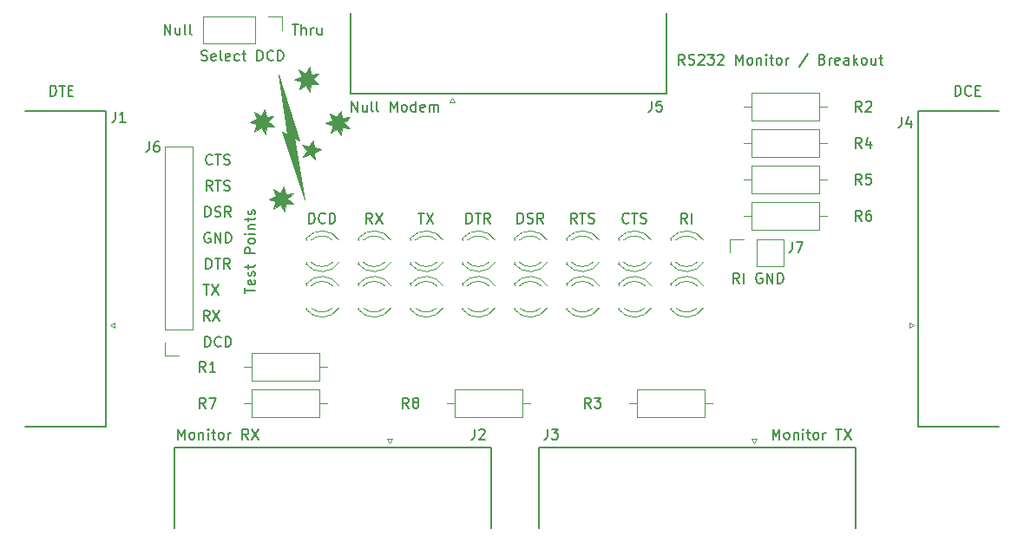
<source format=gto>
G04 #@! TF.GenerationSoftware,KiCad,Pcbnew,5.0.2-bee76a0~70~ubuntu14.04.1*
G04 #@! TF.CreationDate,2019-02-12T21:08:15+10:00*
G04 #@! TF.ProjectId,RS232Sniffer,52533233-3253-46e6-9966-6665722e6b69,rev?*
G04 #@! TF.SameCoordinates,Original*
G04 #@! TF.FileFunction,Legend,Top*
G04 #@! TF.FilePolarity,Positive*
%FSLAX46Y46*%
G04 Gerber Fmt 4.6, Leading zero omitted, Abs format (unit mm)*
G04 Created by KiCad (PCBNEW 5.0.2-bee76a0~70~ubuntu14.04.1) date Tue 12 Feb 2019 21:08:15 AEST*
%MOMM*%
%LPD*%
G01*
G04 APERTURE LIST*
%ADD10C,0.150000*%
%ADD11C,0.120000*%
%ADD12C,0.010000*%
G04 APERTURE END LIST*
D10*
X155757714Y-83256380D02*
X155757714Y-82256380D01*
X155995809Y-82256380D01*
X156138666Y-82304000D01*
X156233904Y-82399238D01*
X156281523Y-82494476D01*
X156329142Y-82684952D01*
X156329142Y-82827809D01*
X156281523Y-83018285D01*
X156233904Y-83113523D01*
X156138666Y-83208761D01*
X155995809Y-83256380D01*
X155757714Y-83256380D01*
X157329142Y-83161142D02*
X157281523Y-83208761D01*
X157138666Y-83256380D01*
X157043428Y-83256380D01*
X156900571Y-83208761D01*
X156805333Y-83113523D01*
X156757714Y-83018285D01*
X156710095Y-82827809D01*
X156710095Y-82684952D01*
X156757714Y-82494476D01*
X156805333Y-82399238D01*
X156900571Y-82304000D01*
X157043428Y-82256380D01*
X157138666Y-82256380D01*
X157281523Y-82304000D01*
X157329142Y-82351619D01*
X157757714Y-82732571D02*
X158091047Y-82732571D01*
X158233904Y-83256380D02*
X157757714Y-83256380D01*
X157757714Y-82256380D01*
X158233904Y-82256380D01*
X67484761Y-83256380D02*
X67484761Y-82256380D01*
X67722857Y-82256380D01*
X67865714Y-82304000D01*
X67960952Y-82399238D01*
X68008571Y-82494476D01*
X68056190Y-82684952D01*
X68056190Y-82827809D01*
X68008571Y-83018285D01*
X67960952Y-83113523D01*
X67865714Y-83208761D01*
X67722857Y-83256380D01*
X67484761Y-83256380D01*
X68341904Y-82256380D02*
X68913333Y-82256380D01*
X68627619Y-83256380D02*
X68627619Y-82256380D01*
X69246666Y-82732571D02*
X69580000Y-82732571D01*
X69722857Y-83256380D02*
X69246666Y-83256380D01*
X69246666Y-82256380D01*
X69722857Y-82256380D01*
X82233000Y-79779761D02*
X82375857Y-79827380D01*
X82613952Y-79827380D01*
X82709190Y-79779761D01*
X82756809Y-79732142D01*
X82804428Y-79636904D01*
X82804428Y-79541666D01*
X82756809Y-79446428D01*
X82709190Y-79398809D01*
X82613952Y-79351190D01*
X82423476Y-79303571D01*
X82328238Y-79255952D01*
X82280619Y-79208333D01*
X82233000Y-79113095D01*
X82233000Y-79017857D01*
X82280619Y-78922619D01*
X82328238Y-78875000D01*
X82423476Y-78827380D01*
X82661571Y-78827380D01*
X82804428Y-78875000D01*
X83613952Y-79779761D02*
X83518714Y-79827380D01*
X83328238Y-79827380D01*
X83233000Y-79779761D01*
X83185380Y-79684523D01*
X83185380Y-79303571D01*
X83233000Y-79208333D01*
X83328238Y-79160714D01*
X83518714Y-79160714D01*
X83613952Y-79208333D01*
X83661571Y-79303571D01*
X83661571Y-79398809D01*
X83185380Y-79494047D01*
X84233000Y-79827380D02*
X84137761Y-79779761D01*
X84090142Y-79684523D01*
X84090142Y-78827380D01*
X84994904Y-79779761D02*
X84899666Y-79827380D01*
X84709190Y-79827380D01*
X84613952Y-79779761D01*
X84566333Y-79684523D01*
X84566333Y-79303571D01*
X84613952Y-79208333D01*
X84709190Y-79160714D01*
X84899666Y-79160714D01*
X84994904Y-79208333D01*
X85042523Y-79303571D01*
X85042523Y-79398809D01*
X84566333Y-79494047D01*
X85899666Y-79779761D02*
X85804428Y-79827380D01*
X85613952Y-79827380D01*
X85518714Y-79779761D01*
X85471095Y-79732142D01*
X85423476Y-79636904D01*
X85423476Y-79351190D01*
X85471095Y-79255952D01*
X85518714Y-79208333D01*
X85613952Y-79160714D01*
X85804428Y-79160714D01*
X85899666Y-79208333D01*
X86185380Y-79160714D02*
X86566333Y-79160714D01*
X86328238Y-78827380D02*
X86328238Y-79684523D01*
X86375857Y-79779761D01*
X86471095Y-79827380D01*
X86566333Y-79827380D01*
X87661571Y-79827380D02*
X87661571Y-78827380D01*
X87899666Y-78827380D01*
X88042523Y-78875000D01*
X88137761Y-78970238D01*
X88185380Y-79065476D01*
X88233000Y-79255952D01*
X88233000Y-79398809D01*
X88185380Y-79589285D01*
X88137761Y-79684523D01*
X88042523Y-79779761D01*
X87899666Y-79827380D01*
X87661571Y-79827380D01*
X89233000Y-79732142D02*
X89185380Y-79779761D01*
X89042523Y-79827380D01*
X88947285Y-79827380D01*
X88804428Y-79779761D01*
X88709190Y-79684523D01*
X88661571Y-79589285D01*
X88613952Y-79398809D01*
X88613952Y-79255952D01*
X88661571Y-79065476D01*
X88709190Y-78970238D01*
X88804428Y-78875000D01*
X88947285Y-78827380D01*
X89042523Y-78827380D01*
X89185380Y-78875000D01*
X89233000Y-78922619D01*
X89661571Y-79827380D02*
X89661571Y-78827380D01*
X89899666Y-78827380D01*
X90042523Y-78875000D01*
X90137761Y-78970238D01*
X90185380Y-79065476D01*
X90233000Y-79255952D01*
X90233000Y-79398809D01*
X90185380Y-79589285D01*
X90137761Y-79684523D01*
X90042523Y-79779761D01*
X89899666Y-79827380D01*
X89661571Y-79827380D01*
X96877714Y-84780380D02*
X96877714Y-83780380D01*
X97449142Y-84780380D01*
X97449142Y-83780380D01*
X98353904Y-84113714D02*
X98353904Y-84780380D01*
X97925333Y-84113714D02*
X97925333Y-84637523D01*
X97972952Y-84732761D01*
X98068190Y-84780380D01*
X98211047Y-84780380D01*
X98306285Y-84732761D01*
X98353904Y-84685142D01*
X98972952Y-84780380D02*
X98877714Y-84732761D01*
X98830095Y-84637523D01*
X98830095Y-83780380D01*
X99496761Y-84780380D02*
X99401523Y-84732761D01*
X99353904Y-84637523D01*
X99353904Y-83780380D01*
X100639619Y-84780380D02*
X100639619Y-83780380D01*
X100972952Y-84494666D01*
X101306285Y-83780380D01*
X101306285Y-84780380D01*
X101925333Y-84780380D02*
X101830095Y-84732761D01*
X101782476Y-84685142D01*
X101734857Y-84589904D01*
X101734857Y-84304190D01*
X101782476Y-84208952D01*
X101830095Y-84161333D01*
X101925333Y-84113714D01*
X102068190Y-84113714D01*
X102163428Y-84161333D01*
X102211047Y-84208952D01*
X102258666Y-84304190D01*
X102258666Y-84589904D01*
X102211047Y-84685142D01*
X102163428Y-84732761D01*
X102068190Y-84780380D01*
X101925333Y-84780380D01*
X103115809Y-84780380D02*
X103115809Y-83780380D01*
X103115809Y-84732761D02*
X103020571Y-84780380D01*
X102830095Y-84780380D01*
X102734857Y-84732761D01*
X102687238Y-84685142D01*
X102639619Y-84589904D01*
X102639619Y-84304190D01*
X102687238Y-84208952D01*
X102734857Y-84161333D01*
X102830095Y-84113714D01*
X103020571Y-84113714D01*
X103115809Y-84161333D01*
X103972952Y-84732761D02*
X103877714Y-84780380D01*
X103687238Y-84780380D01*
X103592000Y-84732761D01*
X103544380Y-84637523D01*
X103544380Y-84256571D01*
X103592000Y-84161333D01*
X103687238Y-84113714D01*
X103877714Y-84113714D01*
X103972952Y-84161333D01*
X104020571Y-84256571D01*
X104020571Y-84351809D01*
X103544380Y-84447047D01*
X104449142Y-84780380D02*
X104449142Y-84113714D01*
X104449142Y-84208952D02*
X104496761Y-84161333D01*
X104592000Y-84113714D01*
X104734857Y-84113714D01*
X104830095Y-84161333D01*
X104877714Y-84256571D01*
X104877714Y-84780380D01*
X104877714Y-84256571D02*
X104925333Y-84161333D01*
X105020571Y-84113714D01*
X105163428Y-84113714D01*
X105258666Y-84161333D01*
X105306285Y-84256571D01*
X105306285Y-84780380D01*
X137970095Y-116784380D02*
X137970095Y-115784380D01*
X138303428Y-116498666D01*
X138636761Y-115784380D01*
X138636761Y-116784380D01*
X139255809Y-116784380D02*
X139160571Y-116736761D01*
X139112952Y-116689142D01*
X139065333Y-116593904D01*
X139065333Y-116308190D01*
X139112952Y-116212952D01*
X139160571Y-116165333D01*
X139255809Y-116117714D01*
X139398666Y-116117714D01*
X139493904Y-116165333D01*
X139541523Y-116212952D01*
X139589142Y-116308190D01*
X139589142Y-116593904D01*
X139541523Y-116689142D01*
X139493904Y-116736761D01*
X139398666Y-116784380D01*
X139255809Y-116784380D01*
X140017714Y-116117714D02*
X140017714Y-116784380D01*
X140017714Y-116212952D02*
X140065333Y-116165333D01*
X140160571Y-116117714D01*
X140303428Y-116117714D01*
X140398666Y-116165333D01*
X140446285Y-116260571D01*
X140446285Y-116784380D01*
X140922476Y-116784380D02*
X140922476Y-116117714D01*
X140922476Y-115784380D02*
X140874857Y-115832000D01*
X140922476Y-115879619D01*
X140970095Y-115832000D01*
X140922476Y-115784380D01*
X140922476Y-115879619D01*
X141255809Y-116117714D02*
X141636761Y-116117714D01*
X141398666Y-115784380D02*
X141398666Y-116641523D01*
X141446285Y-116736761D01*
X141541523Y-116784380D01*
X141636761Y-116784380D01*
X142112952Y-116784380D02*
X142017714Y-116736761D01*
X141970095Y-116689142D01*
X141922476Y-116593904D01*
X141922476Y-116308190D01*
X141970095Y-116212952D01*
X142017714Y-116165333D01*
X142112952Y-116117714D01*
X142255809Y-116117714D01*
X142351047Y-116165333D01*
X142398666Y-116212952D01*
X142446285Y-116308190D01*
X142446285Y-116593904D01*
X142398666Y-116689142D01*
X142351047Y-116736761D01*
X142255809Y-116784380D01*
X142112952Y-116784380D01*
X142874857Y-116784380D02*
X142874857Y-116117714D01*
X142874857Y-116308190D02*
X142922476Y-116212952D01*
X142970095Y-116165333D01*
X143065333Y-116117714D01*
X143160571Y-116117714D01*
X144112952Y-115784380D02*
X144684380Y-115784380D01*
X144398666Y-116784380D02*
X144398666Y-115784380D01*
X144922476Y-115784380D02*
X145589142Y-116784380D01*
X145589142Y-115784380D02*
X144922476Y-116784380D01*
X79939047Y-116784380D02*
X79939047Y-115784380D01*
X80272380Y-116498666D01*
X80605714Y-115784380D01*
X80605714Y-116784380D01*
X81224761Y-116784380D02*
X81129523Y-116736761D01*
X81081904Y-116689142D01*
X81034285Y-116593904D01*
X81034285Y-116308190D01*
X81081904Y-116212952D01*
X81129523Y-116165333D01*
X81224761Y-116117714D01*
X81367619Y-116117714D01*
X81462857Y-116165333D01*
X81510476Y-116212952D01*
X81558095Y-116308190D01*
X81558095Y-116593904D01*
X81510476Y-116689142D01*
X81462857Y-116736761D01*
X81367619Y-116784380D01*
X81224761Y-116784380D01*
X81986666Y-116117714D02*
X81986666Y-116784380D01*
X81986666Y-116212952D02*
X82034285Y-116165333D01*
X82129523Y-116117714D01*
X82272380Y-116117714D01*
X82367619Y-116165333D01*
X82415238Y-116260571D01*
X82415238Y-116784380D01*
X82891428Y-116784380D02*
X82891428Y-116117714D01*
X82891428Y-115784380D02*
X82843809Y-115832000D01*
X82891428Y-115879619D01*
X82939047Y-115832000D01*
X82891428Y-115784380D01*
X82891428Y-115879619D01*
X83224761Y-116117714D02*
X83605714Y-116117714D01*
X83367619Y-115784380D02*
X83367619Y-116641523D01*
X83415238Y-116736761D01*
X83510476Y-116784380D01*
X83605714Y-116784380D01*
X84081904Y-116784380D02*
X83986666Y-116736761D01*
X83939047Y-116689142D01*
X83891428Y-116593904D01*
X83891428Y-116308190D01*
X83939047Y-116212952D01*
X83986666Y-116165333D01*
X84081904Y-116117714D01*
X84224761Y-116117714D01*
X84320000Y-116165333D01*
X84367619Y-116212952D01*
X84415238Y-116308190D01*
X84415238Y-116593904D01*
X84367619Y-116689142D01*
X84320000Y-116736761D01*
X84224761Y-116784380D01*
X84081904Y-116784380D01*
X84843809Y-116784380D02*
X84843809Y-116117714D01*
X84843809Y-116308190D02*
X84891428Y-116212952D01*
X84939047Y-116165333D01*
X85034285Y-116117714D01*
X85129523Y-116117714D01*
X86796190Y-116784380D02*
X86462857Y-116308190D01*
X86224761Y-116784380D02*
X86224761Y-115784380D01*
X86605714Y-115784380D01*
X86700952Y-115832000D01*
X86748571Y-115879619D01*
X86796190Y-115974857D01*
X86796190Y-116117714D01*
X86748571Y-116212952D01*
X86700952Y-116260571D01*
X86605714Y-116308190D01*
X86224761Y-116308190D01*
X87129523Y-115784380D02*
X87796190Y-116784380D01*
X87796190Y-115784380D02*
X87129523Y-116784380D01*
X129374476Y-80208380D02*
X129041142Y-79732190D01*
X128803047Y-80208380D02*
X128803047Y-79208380D01*
X129183999Y-79208380D01*
X129279238Y-79256000D01*
X129326857Y-79303619D01*
X129374476Y-79398857D01*
X129374476Y-79541714D01*
X129326857Y-79636952D01*
X129279238Y-79684571D01*
X129183999Y-79732190D01*
X128803047Y-79732190D01*
X129755428Y-80160761D02*
X129898285Y-80208380D01*
X130136380Y-80208380D01*
X130231619Y-80160761D01*
X130279238Y-80113142D01*
X130326857Y-80017904D01*
X130326857Y-79922666D01*
X130279238Y-79827428D01*
X130231619Y-79779809D01*
X130136380Y-79732190D01*
X129945904Y-79684571D01*
X129850666Y-79636952D01*
X129803047Y-79589333D01*
X129755428Y-79494095D01*
X129755428Y-79398857D01*
X129803047Y-79303619D01*
X129850666Y-79256000D01*
X129945904Y-79208380D01*
X130183999Y-79208380D01*
X130326857Y-79256000D01*
X130707809Y-79303619D02*
X130755428Y-79256000D01*
X130850666Y-79208380D01*
X131088761Y-79208380D01*
X131183999Y-79256000D01*
X131231619Y-79303619D01*
X131279238Y-79398857D01*
X131279238Y-79494095D01*
X131231619Y-79636952D01*
X130660190Y-80208380D01*
X131279238Y-80208380D01*
X131612571Y-79208380D02*
X132231619Y-79208380D01*
X131898285Y-79589333D01*
X132041142Y-79589333D01*
X132136380Y-79636952D01*
X132183999Y-79684571D01*
X132231619Y-79779809D01*
X132231619Y-80017904D01*
X132183999Y-80113142D01*
X132136380Y-80160761D01*
X132041142Y-80208380D01*
X131755428Y-80208380D01*
X131660190Y-80160761D01*
X131612571Y-80113142D01*
X132612571Y-79303619D02*
X132660190Y-79256000D01*
X132755428Y-79208380D01*
X132993523Y-79208380D01*
X133088761Y-79256000D01*
X133136380Y-79303619D01*
X133183999Y-79398857D01*
X133183999Y-79494095D01*
X133136380Y-79636952D01*
X132564952Y-80208380D01*
X133183999Y-80208380D01*
X134374476Y-80208380D02*
X134374476Y-79208380D01*
X134707809Y-79922666D01*
X135041142Y-79208380D01*
X135041142Y-80208380D01*
X135660190Y-80208380D02*
X135564952Y-80160761D01*
X135517333Y-80113142D01*
X135469714Y-80017904D01*
X135469714Y-79732190D01*
X135517333Y-79636952D01*
X135564952Y-79589333D01*
X135660190Y-79541714D01*
X135803047Y-79541714D01*
X135898285Y-79589333D01*
X135945904Y-79636952D01*
X135993523Y-79732190D01*
X135993523Y-80017904D01*
X135945904Y-80113142D01*
X135898285Y-80160761D01*
X135803047Y-80208380D01*
X135660190Y-80208380D01*
X136422095Y-79541714D02*
X136422095Y-80208380D01*
X136422095Y-79636952D02*
X136469714Y-79589333D01*
X136564952Y-79541714D01*
X136707809Y-79541714D01*
X136803047Y-79589333D01*
X136850666Y-79684571D01*
X136850666Y-80208380D01*
X137326857Y-80208380D02*
X137326857Y-79541714D01*
X137326857Y-79208380D02*
X137279238Y-79256000D01*
X137326857Y-79303619D01*
X137374476Y-79256000D01*
X137326857Y-79208380D01*
X137326857Y-79303619D01*
X137660190Y-79541714D02*
X138041142Y-79541714D01*
X137803047Y-79208380D02*
X137803047Y-80065523D01*
X137850666Y-80160761D01*
X137945904Y-80208380D01*
X138041142Y-80208380D01*
X138517333Y-80208380D02*
X138422095Y-80160761D01*
X138374476Y-80113142D01*
X138326857Y-80017904D01*
X138326857Y-79732190D01*
X138374476Y-79636952D01*
X138422095Y-79589333D01*
X138517333Y-79541714D01*
X138660190Y-79541714D01*
X138755428Y-79589333D01*
X138803047Y-79636952D01*
X138850666Y-79732190D01*
X138850666Y-80017904D01*
X138803047Y-80113142D01*
X138755428Y-80160761D01*
X138660190Y-80208380D01*
X138517333Y-80208380D01*
X139279238Y-80208380D02*
X139279238Y-79541714D01*
X139279238Y-79732190D02*
X139326857Y-79636952D01*
X139374476Y-79589333D01*
X139469714Y-79541714D01*
X139564952Y-79541714D01*
X141374476Y-79160761D02*
X140517333Y-80446476D01*
X142803047Y-79684571D02*
X142945904Y-79732190D01*
X142993523Y-79779809D01*
X143041142Y-79875047D01*
X143041142Y-80017904D01*
X142993523Y-80113142D01*
X142945904Y-80160761D01*
X142850666Y-80208380D01*
X142469714Y-80208380D01*
X142469714Y-79208380D01*
X142803047Y-79208380D01*
X142898285Y-79256000D01*
X142945904Y-79303619D01*
X142993523Y-79398857D01*
X142993523Y-79494095D01*
X142945904Y-79589333D01*
X142898285Y-79636952D01*
X142803047Y-79684571D01*
X142469714Y-79684571D01*
X143469714Y-80208380D02*
X143469714Y-79541714D01*
X143469714Y-79732190D02*
X143517333Y-79636952D01*
X143564952Y-79589333D01*
X143660190Y-79541714D01*
X143755428Y-79541714D01*
X144469714Y-80160761D02*
X144374476Y-80208380D01*
X144184000Y-80208380D01*
X144088761Y-80160761D01*
X144041142Y-80065523D01*
X144041142Y-79684571D01*
X144088761Y-79589333D01*
X144184000Y-79541714D01*
X144374476Y-79541714D01*
X144469714Y-79589333D01*
X144517333Y-79684571D01*
X144517333Y-79779809D01*
X144041142Y-79875047D01*
X145374476Y-80208380D02*
X145374476Y-79684571D01*
X145326857Y-79589333D01*
X145231619Y-79541714D01*
X145041142Y-79541714D01*
X144945904Y-79589333D01*
X145374476Y-80160761D02*
X145279238Y-80208380D01*
X145041142Y-80208380D01*
X144945904Y-80160761D01*
X144898285Y-80065523D01*
X144898285Y-79970285D01*
X144945904Y-79875047D01*
X145041142Y-79827428D01*
X145279238Y-79827428D01*
X145374476Y-79779809D01*
X145850666Y-80208380D02*
X145850666Y-79208380D01*
X145945904Y-79827428D02*
X146231619Y-80208380D01*
X146231619Y-79541714D02*
X145850666Y-79922666D01*
X146803047Y-80208380D02*
X146707809Y-80160761D01*
X146660190Y-80113142D01*
X146612571Y-80017904D01*
X146612571Y-79732190D01*
X146660190Y-79636952D01*
X146707809Y-79589333D01*
X146803047Y-79541714D01*
X146945904Y-79541714D01*
X147041142Y-79589333D01*
X147088761Y-79636952D01*
X147136380Y-79732190D01*
X147136380Y-80017904D01*
X147088761Y-80113142D01*
X147041142Y-80160761D01*
X146945904Y-80208380D01*
X146803047Y-80208380D01*
X147993523Y-79541714D02*
X147993523Y-80208380D01*
X147564952Y-79541714D02*
X147564952Y-80065523D01*
X147612571Y-80160761D01*
X147707809Y-80208380D01*
X147850666Y-80208380D01*
X147945904Y-80160761D01*
X147993523Y-80113142D01*
X148326857Y-79541714D02*
X148707809Y-79541714D01*
X148469714Y-79208380D02*
X148469714Y-80065523D01*
X148517333Y-80160761D01*
X148612571Y-80208380D01*
X148707809Y-80208380D01*
X91083000Y-76287380D02*
X91654428Y-76287380D01*
X91368714Y-77287380D02*
X91368714Y-76287380D01*
X91987761Y-77287380D02*
X91987761Y-76287380D01*
X92416333Y-77287380D02*
X92416333Y-76763571D01*
X92368714Y-76668333D01*
X92273476Y-76620714D01*
X92130619Y-76620714D01*
X92035380Y-76668333D01*
X91987761Y-76715952D01*
X92892523Y-77287380D02*
X92892523Y-76620714D01*
X92892523Y-76811190D02*
X92940142Y-76715952D01*
X92987761Y-76668333D01*
X93083000Y-76620714D01*
X93178238Y-76620714D01*
X93940142Y-76620714D02*
X93940142Y-77287380D01*
X93511571Y-76620714D02*
X93511571Y-77144523D01*
X93559190Y-77239761D01*
X93654428Y-77287380D01*
X93797285Y-77287380D01*
X93892523Y-77239761D01*
X93940142Y-77192142D01*
X78621095Y-77287380D02*
X78621095Y-76287380D01*
X79192523Y-77287380D01*
X79192523Y-76287380D01*
X80097285Y-76620714D02*
X80097285Y-77287380D01*
X79668714Y-76620714D02*
X79668714Y-77144523D01*
X79716333Y-77239761D01*
X79811571Y-77287380D01*
X79954428Y-77287380D01*
X80049666Y-77239761D01*
X80097285Y-77192142D01*
X80716333Y-77287380D02*
X80621095Y-77239761D01*
X80573476Y-77144523D01*
X80573476Y-76287380D01*
X81240142Y-77287380D02*
X81144904Y-77239761D01*
X81097285Y-77144523D01*
X81097285Y-76287380D01*
X136906095Y-100592000D02*
X136810857Y-100544380D01*
X136668000Y-100544380D01*
X136525142Y-100592000D01*
X136429904Y-100687238D01*
X136382285Y-100782476D01*
X136334666Y-100972952D01*
X136334666Y-101115809D01*
X136382285Y-101306285D01*
X136429904Y-101401523D01*
X136525142Y-101496761D01*
X136668000Y-101544380D01*
X136763238Y-101544380D01*
X136906095Y-101496761D01*
X136953714Y-101449142D01*
X136953714Y-101115809D01*
X136763238Y-101115809D01*
X137382285Y-101544380D02*
X137382285Y-100544380D01*
X137953714Y-101544380D01*
X137953714Y-100544380D01*
X138429904Y-101544380D02*
X138429904Y-100544380D01*
X138668000Y-100544380D01*
X138810857Y-100592000D01*
X138906095Y-100687238D01*
X138953714Y-100782476D01*
X139001333Y-100972952D01*
X139001333Y-101115809D01*
X138953714Y-101306285D01*
X138906095Y-101401523D01*
X138810857Y-101496761D01*
X138668000Y-101544380D01*
X138429904Y-101544380D01*
X134691428Y-101544380D02*
X134358095Y-101068190D01*
X134120000Y-101544380D02*
X134120000Y-100544380D01*
X134500952Y-100544380D01*
X134596190Y-100592000D01*
X134643809Y-100639619D01*
X134691428Y-100734857D01*
X134691428Y-100877714D01*
X134643809Y-100972952D01*
X134596190Y-101020571D01*
X134500952Y-101068190D01*
X134120000Y-101068190D01*
X135120000Y-101544380D02*
X135120000Y-100544380D01*
X83058095Y-96655000D02*
X82962857Y-96607380D01*
X82820000Y-96607380D01*
X82677142Y-96655000D01*
X82581904Y-96750238D01*
X82534285Y-96845476D01*
X82486666Y-97035952D01*
X82486666Y-97178809D01*
X82534285Y-97369285D01*
X82581904Y-97464523D01*
X82677142Y-97559761D01*
X82820000Y-97607380D01*
X82915238Y-97607380D01*
X83058095Y-97559761D01*
X83105714Y-97512142D01*
X83105714Y-97178809D01*
X82915238Y-97178809D01*
X83534285Y-97607380D02*
X83534285Y-96607380D01*
X84105714Y-97607380D01*
X84105714Y-96607380D01*
X84581904Y-97607380D02*
X84581904Y-96607380D01*
X84820000Y-96607380D01*
X84962857Y-96655000D01*
X85058095Y-96750238D01*
X85105714Y-96845476D01*
X85153333Y-97035952D01*
X85153333Y-97178809D01*
X85105714Y-97369285D01*
X85058095Y-97464523D01*
X84962857Y-97559761D01*
X84820000Y-97607380D01*
X84581904Y-97607380D01*
X83272380Y-89892142D02*
X83224761Y-89939761D01*
X83081904Y-89987380D01*
X82986666Y-89987380D01*
X82843809Y-89939761D01*
X82748571Y-89844523D01*
X82700952Y-89749285D01*
X82653333Y-89558809D01*
X82653333Y-89415952D01*
X82700952Y-89225476D01*
X82748571Y-89130238D01*
X82843809Y-89035000D01*
X82986666Y-88987380D01*
X83081904Y-88987380D01*
X83224761Y-89035000D01*
X83272380Y-89082619D01*
X83558095Y-88987380D02*
X84129523Y-88987380D01*
X83843809Y-89987380D02*
X83843809Y-88987380D01*
X84415238Y-89939761D02*
X84558095Y-89987380D01*
X84796190Y-89987380D01*
X84891428Y-89939761D01*
X84939047Y-89892142D01*
X84986666Y-89796904D01*
X84986666Y-89701666D01*
X84939047Y-89606428D01*
X84891428Y-89558809D01*
X84796190Y-89511190D01*
X84605714Y-89463571D01*
X84510476Y-89415952D01*
X84462857Y-89368333D01*
X84415238Y-89273095D01*
X84415238Y-89177857D01*
X84462857Y-89082619D01*
X84510476Y-89035000D01*
X84605714Y-88987380D01*
X84843809Y-88987380D01*
X84986666Y-89035000D01*
X83272380Y-92527380D02*
X82939047Y-92051190D01*
X82700952Y-92527380D02*
X82700952Y-91527380D01*
X83081904Y-91527380D01*
X83177142Y-91575000D01*
X83224761Y-91622619D01*
X83272380Y-91717857D01*
X83272380Y-91860714D01*
X83224761Y-91955952D01*
X83177142Y-92003571D01*
X83081904Y-92051190D01*
X82700952Y-92051190D01*
X83558095Y-91527380D02*
X84129523Y-91527380D01*
X83843809Y-92527380D02*
X83843809Y-91527380D01*
X84415238Y-92479761D02*
X84558095Y-92527380D01*
X84796190Y-92527380D01*
X84891428Y-92479761D01*
X84939047Y-92432142D01*
X84986666Y-92336904D01*
X84986666Y-92241666D01*
X84939047Y-92146428D01*
X84891428Y-92098809D01*
X84796190Y-92051190D01*
X84605714Y-92003571D01*
X84510476Y-91955952D01*
X84462857Y-91908333D01*
X84415238Y-91813095D01*
X84415238Y-91717857D01*
X84462857Y-91622619D01*
X84510476Y-91575000D01*
X84605714Y-91527380D01*
X84843809Y-91527380D01*
X84986666Y-91575000D01*
X82581904Y-95067380D02*
X82581904Y-94067380D01*
X82820000Y-94067380D01*
X82962857Y-94115000D01*
X83058095Y-94210238D01*
X83105714Y-94305476D01*
X83153333Y-94495952D01*
X83153333Y-94638809D01*
X83105714Y-94829285D01*
X83058095Y-94924523D01*
X82962857Y-95019761D01*
X82820000Y-95067380D01*
X82581904Y-95067380D01*
X83534285Y-95019761D02*
X83677142Y-95067380D01*
X83915238Y-95067380D01*
X84010476Y-95019761D01*
X84058095Y-94972142D01*
X84105714Y-94876904D01*
X84105714Y-94781666D01*
X84058095Y-94686428D01*
X84010476Y-94638809D01*
X83915238Y-94591190D01*
X83724761Y-94543571D01*
X83629523Y-94495952D01*
X83581904Y-94448333D01*
X83534285Y-94353095D01*
X83534285Y-94257857D01*
X83581904Y-94162619D01*
X83629523Y-94115000D01*
X83724761Y-94067380D01*
X83962857Y-94067380D01*
X84105714Y-94115000D01*
X85105714Y-95067380D02*
X84772380Y-94591190D01*
X84534285Y-95067380D02*
X84534285Y-94067380D01*
X84915238Y-94067380D01*
X85010476Y-94115000D01*
X85058095Y-94162619D01*
X85105714Y-94257857D01*
X85105714Y-94400714D01*
X85058095Y-94495952D01*
X85010476Y-94543571D01*
X84915238Y-94591190D01*
X84534285Y-94591190D01*
X82677142Y-100147380D02*
X82677142Y-99147380D01*
X82915238Y-99147380D01*
X83058095Y-99195000D01*
X83153333Y-99290238D01*
X83200952Y-99385476D01*
X83248571Y-99575952D01*
X83248571Y-99718809D01*
X83200952Y-99909285D01*
X83153333Y-100004523D01*
X83058095Y-100099761D01*
X82915238Y-100147380D01*
X82677142Y-100147380D01*
X83534285Y-99147380D02*
X84105714Y-99147380D01*
X83820000Y-100147380D02*
X83820000Y-99147380D01*
X85010476Y-100147380D02*
X84677142Y-99671190D01*
X84439047Y-100147380D02*
X84439047Y-99147380D01*
X84820000Y-99147380D01*
X84915238Y-99195000D01*
X84962857Y-99242619D01*
X85010476Y-99337857D01*
X85010476Y-99480714D01*
X84962857Y-99575952D01*
X84915238Y-99623571D01*
X84820000Y-99671190D01*
X84439047Y-99671190D01*
X82423095Y-101687380D02*
X82994523Y-101687380D01*
X82708809Y-102687380D02*
X82708809Y-101687380D01*
X83232619Y-101687380D02*
X83899285Y-102687380D01*
X83899285Y-101687380D02*
X83232619Y-102687380D01*
X83018333Y-105227380D02*
X82685000Y-104751190D01*
X82446904Y-105227380D02*
X82446904Y-104227380D01*
X82827857Y-104227380D01*
X82923095Y-104275000D01*
X82970714Y-104322619D01*
X83018333Y-104417857D01*
X83018333Y-104560714D01*
X82970714Y-104655952D01*
X82923095Y-104703571D01*
X82827857Y-104751190D01*
X82446904Y-104751190D01*
X83351666Y-104227380D02*
X84018333Y-105227380D01*
X84018333Y-104227380D02*
X83351666Y-105227380D01*
X82558095Y-107767380D02*
X82558095Y-106767380D01*
X82796190Y-106767380D01*
X82939047Y-106815000D01*
X83034285Y-106910238D01*
X83081904Y-107005476D01*
X83129523Y-107195952D01*
X83129523Y-107338809D01*
X83081904Y-107529285D01*
X83034285Y-107624523D01*
X82939047Y-107719761D01*
X82796190Y-107767380D01*
X82558095Y-107767380D01*
X84129523Y-107672142D02*
X84081904Y-107719761D01*
X83939047Y-107767380D01*
X83843809Y-107767380D01*
X83700952Y-107719761D01*
X83605714Y-107624523D01*
X83558095Y-107529285D01*
X83510476Y-107338809D01*
X83510476Y-107195952D01*
X83558095Y-107005476D01*
X83605714Y-106910238D01*
X83700952Y-106815000D01*
X83843809Y-106767380D01*
X83939047Y-106767380D01*
X84081904Y-106815000D01*
X84129523Y-106862619D01*
X84558095Y-107767380D02*
X84558095Y-106767380D01*
X84796190Y-106767380D01*
X84939047Y-106815000D01*
X85034285Y-106910238D01*
X85081904Y-107005476D01*
X85129523Y-107195952D01*
X85129523Y-107338809D01*
X85081904Y-107529285D01*
X85034285Y-107624523D01*
X84939047Y-107719761D01*
X84796190Y-107767380D01*
X84558095Y-107767380D01*
X129611428Y-95702380D02*
X129278095Y-95226190D01*
X129040000Y-95702380D02*
X129040000Y-94702380D01*
X129420952Y-94702380D01*
X129516190Y-94750000D01*
X129563809Y-94797619D01*
X129611428Y-94892857D01*
X129611428Y-95035714D01*
X129563809Y-95130952D01*
X129516190Y-95178571D01*
X129420952Y-95226190D01*
X129040000Y-95226190D01*
X130040000Y-95702380D02*
X130040000Y-94702380D01*
X123912380Y-95607142D02*
X123864761Y-95654761D01*
X123721904Y-95702380D01*
X123626666Y-95702380D01*
X123483809Y-95654761D01*
X123388571Y-95559523D01*
X123340952Y-95464285D01*
X123293333Y-95273809D01*
X123293333Y-95130952D01*
X123340952Y-94940476D01*
X123388571Y-94845238D01*
X123483809Y-94750000D01*
X123626666Y-94702380D01*
X123721904Y-94702380D01*
X123864761Y-94750000D01*
X123912380Y-94797619D01*
X124198095Y-94702380D02*
X124769523Y-94702380D01*
X124483809Y-95702380D02*
X124483809Y-94702380D01*
X125055238Y-95654761D02*
X125198095Y-95702380D01*
X125436190Y-95702380D01*
X125531428Y-95654761D01*
X125579047Y-95607142D01*
X125626666Y-95511904D01*
X125626666Y-95416666D01*
X125579047Y-95321428D01*
X125531428Y-95273809D01*
X125436190Y-95226190D01*
X125245714Y-95178571D01*
X125150476Y-95130952D01*
X125102857Y-95083333D01*
X125055238Y-94988095D01*
X125055238Y-94892857D01*
X125102857Y-94797619D01*
X125150476Y-94750000D01*
X125245714Y-94702380D01*
X125483809Y-94702380D01*
X125626666Y-94750000D01*
X118832380Y-95702380D02*
X118499047Y-95226190D01*
X118260952Y-95702380D02*
X118260952Y-94702380D01*
X118641904Y-94702380D01*
X118737142Y-94750000D01*
X118784761Y-94797619D01*
X118832380Y-94892857D01*
X118832380Y-95035714D01*
X118784761Y-95130952D01*
X118737142Y-95178571D01*
X118641904Y-95226190D01*
X118260952Y-95226190D01*
X119118095Y-94702380D02*
X119689523Y-94702380D01*
X119403809Y-95702380D02*
X119403809Y-94702380D01*
X119975238Y-95654761D02*
X120118095Y-95702380D01*
X120356190Y-95702380D01*
X120451428Y-95654761D01*
X120499047Y-95607142D01*
X120546666Y-95511904D01*
X120546666Y-95416666D01*
X120499047Y-95321428D01*
X120451428Y-95273809D01*
X120356190Y-95226190D01*
X120165714Y-95178571D01*
X120070476Y-95130952D01*
X120022857Y-95083333D01*
X119975238Y-94988095D01*
X119975238Y-94892857D01*
X120022857Y-94797619D01*
X120070476Y-94750000D01*
X120165714Y-94702380D01*
X120403809Y-94702380D01*
X120546666Y-94750000D01*
X113061904Y-95702380D02*
X113061904Y-94702380D01*
X113300000Y-94702380D01*
X113442857Y-94750000D01*
X113538095Y-94845238D01*
X113585714Y-94940476D01*
X113633333Y-95130952D01*
X113633333Y-95273809D01*
X113585714Y-95464285D01*
X113538095Y-95559523D01*
X113442857Y-95654761D01*
X113300000Y-95702380D01*
X113061904Y-95702380D01*
X114014285Y-95654761D02*
X114157142Y-95702380D01*
X114395238Y-95702380D01*
X114490476Y-95654761D01*
X114538095Y-95607142D01*
X114585714Y-95511904D01*
X114585714Y-95416666D01*
X114538095Y-95321428D01*
X114490476Y-95273809D01*
X114395238Y-95226190D01*
X114204761Y-95178571D01*
X114109523Y-95130952D01*
X114061904Y-95083333D01*
X114014285Y-94988095D01*
X114014285Y-94892857D01*
X114061904Y-94797619D01*
X114109523Y-94750000D01*
X114204761Y-94702380D01*
X114442857Y-94702380D01*
X114585714Y-94750000D01*
X115585714Y-95702380D02*
X115252380Y-95226190D01*
X115014285Y-95702380D02*
X115014285Y-94702380D01*
X115395238Y-94702380D01*
X115490476Y-94750000D01*
X115538095Y-94797619D01*
X115585714Y-94892857D01*
X115585714Y-95035714D01*
X115538095Y-95130952D01*
X115490476Y-95178571D01*
X115395238Y-95226190D01*
X115014285Y-95226190D01*
X108077142Y-95702380D02*
X108077142Y-94702380D01*
X108315238Y-94702380D01*
X108458095Y-94750000D01*
X108553333Y-94845238D01*
X108600952Y-94940476D01*
X108648571Y-95130952D01*
X108648571Y-95273809D01*
X108600952Y-95464285D01*
X108553333Y-95559523D01*
X108458095Y-95654761D01*
X108315238Y-95702380D01*
X108077142Y-95702380D01*
X108934285Y-94702380D02*
X109505714Y-94702380D01*
X109220000Y-95702380D02*
X109220000Y-94702380D01*
X110410476Y-95702380D02*
X110077142Y-95226190D01*
X109839047Y-95702380D02*
X109839047Y-94702380D01*
X110220000Y-94702380D01*
X110315238Y-94750000D01*
X110362857Y-94797619D01*
X110410476Y-94892857D01*
X110410476Y-95035714D01*
X110362857Y-95130952D01*
X110315238Y-95178571D01*
X110220000Y-95226190D01*
X109839047Y-95226190D01*
X103378095Y-94702380D02*
X103949523Y-94702380D01*
X103663809Y-95702380D02*
X103663809Y-94702380D01*
X104187619Y-94702380D02*
X104854285Y-95702380D01*
X104854285Y-94702380D02*
X104187619Y-95702380D01*
X98893333Y-95702380D02*
X98560000Y-95226190D01*
X98321904Y-95702380D02*
X98321904Y-94702380D01*
X98702857Y-94702380D01*
X98798095Y-94750000D01*
X98845714Y-94797619D01*
X98893333Y-94892857D01*
X98893333Y-95035714D01*
X98845714Y-95130952D01*
X98798095Y-95178571D01*
X98702857Y-95226190D01*
X98321904Y-95226190D01*
X99226666Y-94702380D02*
X99893333Y-95702380D01*
X99893333Y-94702380D02*
X99226666Y-95702380D01*
X92718095Y-95702380D02*
X92718095Y-94702380D01*
X92956190Y-94702380D01*
X93099047Y-94750000D01*
X93194285Y-94845238D01*
X93241904Y-94940476D01*
X93289523Y-95130952D01*
X93289523Y-95273809D01*
X93241904Y-95464285D01*
X93194285Y-95559523D01*
X93099047Y-95654761D01*
X92956190Y-95702380D01*
X92718095Y-95702380D01*
X94289523Y-95607142D02*
X94241904Y-95654761D01*
X94099047Y-95702380D01*
X94003809Y-95702380D01*
X93860952Y-95654761D01*
X93765714Y-95559523D01*
X93718095Y-95464285D01*
X93670476Y-95273809D01*
X93670476Y-95130952D01*
X93718095Y-94940476D01*
X93765714Y-94845238D01*
X93860952Y-94750000D01*
X94003809Y-94702380D01*
X94099047Y-94702380D01*
X94241904Y-94750000D01*
X94289523Y-94797619D01*
X94718095Y-95702380D02*
X94718095Y-94702380D01*
X94956190Y-94702380D01*
X95099047Y-94750000D01*
X95194285Y-94845238D01*
X95241904Y-94940476D01*
X95289523Y-95130952D01*
X95289523Y-95273809D01*
X95241904Y-95464285D01*
X95194285Y-95559523D01*
X95099047Y-95654761D01*
X94956190Y-95702380D01*
X94718095Y-95702380D01*
D11*
G04 #@! TO.C,D1*
X95652335Y-97346392D02*
G75*
G03X92420000Y-97189484I-1672335J-1078608D01*
G01*
X95652335Y-99503608D02*
G75*
G02X92420000Y-99660516I-1672335J1078608D01*
G01*
X95021130Y-97345163D02*
G75*
G03X92939039Y-97345000I-1041130J-1079837D01*
G01*
X95021130Y-99504837D02*
G75*
G02X92939039Y-99505000I-1041130J1079837D01*
G01*
X92420000Y-97189000D02*
X92420000Y-97345000D01*
X92420000Y-99505000D02*
X92420000Y-99661000D01*
G04 #@! TO.C,D2*
X92420000Y-103950000D02*
X92420000Y-104106000D01*
X92420000Y-101634000D02*
X92420000Y-101790000D01*
X95021130Y-103949837D02*
G75*
G02X92939039Y-103950000I-1041130J1079837D01*
G01*
X95021130Y-101790163D02*
G75*
G03X92939039Y-101790000I-1041130J-1079837D01*
G01*
X95652335Y-103948608D02*
G75*
G02X92420000Y-104105516I-1672335J1078608D01*
G01*
X95652335Y-101791392D02*
G75*
G03X92420000Y-101634484I-1672335J-1078608D01*
G01*
G04 #@! TO.C,D3*
X115972335Y-97346392D02*
G75*
G03X112740000Y-97189484I-1672335J-1078608D01*
G01*
X115972335Y-99503608D02*
G75*
G02X112740000Y-99660516I-1672335J1078608D01*
G01*
X115341130Y-97345163D02*
G75*
G03X113259039Y-97345000I-1041130J-1079837D01*
G01*
X115341130Y-99504837D02*
G75*
G02X113259039Y-99505000I-1041130J1079837D01*
G01*
X112740000Y-97189000D02*
X112740000Y-97345000D01*
X112740000Y-99505000D02*
X112740000Y-99661000D01*
G04 #@! TO.C,D4*
X112740000Y-103950000D02*
X112740000Y-104106000D01*
X112740000Y-101634000D02*
X112740000Y-101790000D01*
X115341130Y-103949837D02*
G75*
G02X113259039Y-103950000I-1041130J1079837D01*
G01*
X115341130Y-101790163D02*
G75*
G03X113259039Y-101790000I-1041130J-1079837D01*
G01*
X115972335Y-103948608D02*
G75*
G02X112740000Y-104105516I-1672335J1078608D01*
G01*
X115972335Y-101791392D02*
G75*
G03X112740000Y-101634484I-1672335J-1078608D01*
G01*
G04 #@! TO.C,D5*
X110892335Y-97346392D02*
G75*
G03X107660000Y-97189484I-1672335J-1078608D01*
G01*
X110892335Y-99503608D02*
G75*
G02X107660000Y-99660516I-1672335J1078608D01*
G01*
X110261130Y-97345163D02*
G75*
G03X108179039Y-97345000I-1041130J-1079837D01*
G01*
X110261130Y-99504837D02*
G75*
G02X108179039Y-99505000I-1041130J1079837D01*
G01*
X107660000Y-97189000D02*
X107660000Y-97345000D01*
X107660000Y-99505000D02*
X107660000Y-99661000D01*
G04 #@! TO.C,D6*
X107660000Y-103950000D02*
X107660000Y-104106000D01*
X107660000Y-101634000D02*
X107660000Y-101790000D01*
X110261130Y-103949837D02*
G75*
G02X108179039Y-103950000I-1041130J1079837D01*
G01*
X110261130Y-101790163D02*
G75*
G03X108179039Y-101790000I-1041130J-1079837D01*
G01*
X110892335Y-103948608D02*
G75*
G02X107660000Y-104105516I-1672335J1078608D01*
G01*
X110892335Y-101791392D02*
G75*
G03X107660000Y-101634484I-1672335J-1078608D01*
G01*
G04 #@! TO.C,D7*
X121052335Y-97346392D02*
G75*
G03X117820000Y-97189484I-1672335J-1078608D01*
G01*
X121052335Y-99503608D02*
G75*
G02X117820000Y-99660516I-1672335J1078608D01*
G01*
X120421130Y-97345163D02*
G75*
G03X118339039Y-97345000I-1041130J-1079837D01*
G01*
X120421130Y-99504837D02*
G75*
G02X118339039Y-99505000I-1041130J1079837D01*
G01*
X117820000Y-97189000D02*
X117820000Y-97345000D01*
X117820000Y-99505000D02*
X117820000Y-99661000D01*
G04 #@! TO.C,D8*
X117820000Y-103950000D02*
X117820000Y-104106000D01*
X117820000Y-101634000D02*
X117820000Y-101790000D01*
X120421130Y-103949837D02*
G75*
G02X118339039Y-103950000I-1041130J1079837D01*
G01*
X120421130Y-101790163D02*
G75*
G03X118339039Y-101790000I-1041130J-1079837D01*
G01*
X121052335Y-103948608D02*
G75*
G02X117820000Y-104105516I-1672335J1078608D01*
G01*
X121052335Y-101791392D02*
G75*
G03X117820000Y-101634484I-1672335J-1078608D01*
G01*
G04 #@! TO.C,D9*
X126132335Y-97346392D02*
G75*
G03X122900000Y-97189484I-1672335J-1078608D01*
G01*
X126132335Y-99503608D02*
G75*
G02X122900000Y-99660516I-1672335J1078608D01*
G01*
X125501130Y-97345163D02*
G75*
G03X123419039Y-97345000I-1041130J-1079837D01*
G01*
X125501130Y-99504837D02*
G75*
G02X123419039Y-99505000I-1041130J1079837D01*
G01*
X122900000Y-97189000D02*
X122900000Y-97345000D01*
X122900000Y-99505000D02*
X122900000Y-99661000D01*
G04 #@! TO.C,D10*
X122900000Y-103950000D02*
X122900000Y-104106000D01*
X122900000Y-101634000D02*
X122900000Y-101790000D01*
X125501130Y-103949837D02*
G75*
G02X123419039Y-103950000I-1041130J1079837D01*
G01*
X125501130Y-101790163D02*
G75*
G03X123419039Y-101790000I-1041130J-1079837D01*
G01*
X126132335Y-103948608D02*
G75*
G02X122900000Y-104105516I-1672335J1078608D01*
G01*
X126132335Y-101791392D02*
G75*
G03X122900000Y-101634484I-1672335J-1078608D01*
G01*
G04 #@! TO.C,D11*
X131212335Y-97346392D02*
G75*
G03X127980000Y-97189484I-1672335J-1078608D01*
G01*
X131212335Y-99503608D02*
G75*
G02X127980000Y-99660516I-1672335J1078608D01*
G01*
X130581130Y-97345163D02*
G75*
G03X128499039Y-97345000I-1041130J-1079837D01*
G01*
X130581130Y-99504837D02*
G75*
G02X128499039Y-99505000I-1041130J1079837D01*
G01*
X127980000Y-97189000D02*
X127980000Y-97345000D01*
X127980000Y-99505000D02*
X127980000Y-99661000D01*
G04 #@! TO.C,D12*
X127980000Y-103950000D02*
X127980000Y-104106000D01*
X127980000Y-101634000D02*
X127980000Y-101790000D01*
X130581130Y-103949837D02*
G75*
G02X128499039Y-103950000I-1041130J1079837D01*
G01*
X130581130Y-101790163D02*
G75*
G03X128499039Y-101790000I-1041130J-1079837D01*
G01*
X131212335Y-103948608D02*
G75*
G02X127980000Y-104105516I-1672335J1078608D01*
G01*
X131212335Y-101791392D02*
G75*
G03X127980000Y-101634484I-1672335J-1078608D01*
G01*
G04 #@! TO.C,D13*
X100732335Y-97346392D02*
G75*
G03X97500000Y-97189484I-1672335J-1078608D01*
G01*
X100732335Y-99503608D02*
G75*
G02X97500000Y-99660516I-1672335J1078608D01*
G01*
X100101130Y-97345163D02*
G75*
G03X98019039Y-97345000I-1041130J-1079837D01*
G01*
X100101130Y-99504837D02*
G75*
G02X98019039Y-99505000I-1041130J1079837D01*
G01*
X97500000Y-97189000D02*
X97500000Y-97345000D01*
X97500000Y-99505000D02*
X97500000Y-99661000D01*
G04 #@! TO.C,D14*
X97500000Y-103950000D02*
X97500000Y-104106000D01*
X97500000Y-101634000D02*
X97500000Y-101790000D01*
X100101130Y-103949837D02*
G75*
G02X98019039Y-103950000I-1041130J1079837D01*
G01*
X100101130Y-101790163D02*
G75*
G03X98019039Y-101790000I-1041130J-1079837D01*
G01*
X100732335Y-103948608D02*
G75*
G02X97500000Y-104105516I-1672335J1078608D01*
G01*
X100732335Y-101791392D02*
G75*
G03X97500000Y-101634484I-1672335J-1078608D01*
G01*
G04 #@! TO.C,D15*
X105812335Y-97346392D02*
G75*
G03X102580000Y-97189484I-1672335J-1078608D01*
G01*
X105812335Y-99503608D02*
G75*
G02X102580000Y-99660516I-1672335J1078608D01*
G01*
X105181130Y-97345163D02*
G75*
G03X103099039Y-97345000I-1041130J-1079837D01*
G01*
X105181130Y-99504837D02*
G75*
G02X103099039Y-99505000I-1041130J1079837D01*
G01*
X102580000Y-97189000D02*
X102580000Y-97345000D01*
X102580000Y-99505000D02*
X102580000Y-99661000D01*
G04 #@! TO.C,D16*
X102580000Y-103950000D02*
X102580000Y-104106000D01*
X102580000Y-101634000D02*
X102580000Y-101790000D01*
X105181130Y-103949837D02*
G75*
G02X103099039Y-103950000I-1041130J1079837D01*
G01*
X105181130Y-101790163D02*
G75*
G03X103099039Y-101790000I-1041130J-1079837D01*
G01*
X105812335Y-103948608D02*
G75*
G02X102580000Y-104105516I-1672335J1078608D01*
G01*
X105812335Y-101791392D02*
G75*
G03X102580000Y-101634484I-1672335J-1078608D01*
G01*
G04 #@! TO.C,J6*
X81340000Y-106045000D02*
X78680000Y-106045000D01*
X81340000Y-106045000D02*
X81340000Y-88205000D01*
X81340000Y-88205000D02*
X78680000Y-88205000D01*
X78680000Y-106045000D02*
X78680000Y-88205000D01*
X78680000Y-108645000D02*
X78680000Y-107315000D01*
X80010000Y-108645000D02*
X78680000Y-108645000D01*
G04 #@! TO.C,J7*
X136398000Y-99882000D02*
X136398000Y-97222000D01*
X136398000Y-99882000D02*
X138998000Y-99882000D01*
X138998000Y-99882000D02*
X138998000Y-97222000D01*
X136398000Y-97222000D02*
X138998000Y-97222000D01*
X133798000Y-97222000D02*
X135128000Y-97222000D01*
X133798000Y-98552000D02*
X133798000Y-97222000D01*
G04 #@! TO.C,R1*
X94464000Y-109728000D02*
X93694000Y-109728000D01*
X86384000Y-109728000D02*
X87154000Y-109728000D01*
X93694000Y-108358000D02*
X87154000Y-108358000D01*
X93694000Y-111098000D02*
X93694000Y-108358000D01*
X87154000Y-111098000D02*
X93694000Y-111098000D01*
X87154000Y-108358000D02*
X87154000Y-111098000D01*
G04 #@! TO.C,R2*
X142462000Y-85698000D02*
X142462000Y-82958000D01*
X142462000Y-82958000D02*
X135922000Y-82958000D01*
X135922000Y-82958000D02*
X135922000Y-85698000D01*
X135922000Y-85698000D02*
X142462000Y-85698000D01*
X143232000Y-84328000D02*
X142462000Y-84328000D01*
X135152000Y-84328000D02*
X135922000Y-84328000D01*
G04 #@! TO.C,R3*
X123976000Y-113284000D02*
X124746000Y-113284000D01*
X132056000Y-113284000D02*
X131286000Y-113284000D01*
X124746000Y-114654000D02*
X131286000Y-114654000D01*
X124746000Y-111914000D02*
X124746000Y-114654000D01*
X131286000Y-111914000D02*
X124746000Y-111914000D01*
X131286000Y-114654000D02*
X131286000Y-111914000D01*
G04 #@! TO.C,R4*
X142462000Y-89254000D02*
X142462000Y-86514000D01*
X142462000Y-86514000D02*
X135922000Y-86514000D01*
X135922000Y-86514000D02*
X135922000Y-89254000D01*
X135922000Y-89254000D02*
X142462000Y-89254000D01*
X143232000Y-87884000D02*
X142462000Y-87884000D01*
X135152000Y-87884000D02*
X135922000Y-87884000D01*
G04 #@! TO.C,R5*
X142462000Y-92810000D02*
X142462000Y-90070000D01*
X142462000Y-90070000D02*
X135922000Y-90070000D01*
X135922000Y-90070000D02*
X135922000Y-92810000D01*
X135922000Y-92810000D02*
X142462000Y-92810000D01*
X143232000Y-91440000D02*
X142462000Y-91440000D01*
X135152000Y-91440000D02*
X135922000Y-91440000D01*
G04 #@! TO.C,R6*
X135152000Y-94996000D02*
X135922000Y-94996000D01*
X143232000Y-94996000D02*
X142462000Y-94996000D01*
X135922000Y-96366000D02*
X142462000Y-96366000D01*
X135922000Y-93626000D02*
X135922000Y-96366000D01*
X142462000Y-93626000D02*
X135922000Y-93626000D01*
X142462000Y-96366000D02*
X142462000Y-93626000D01*
G04 #@! TO.C,R7*
X94464000Y-113284000D02*
X93694000Y-113284000D01*
X86384000Y-113284000D02*
X87154000Y-113284000D01*
X93694000Y-111914000D02*
X87154000Y-111914000D01*
X93694000Y-114654000D02*
X93694000Y-111914000D01*
X87154000Y-114654000D02*
X93694000Y-114654000D01*
X87154000Y-111914000D02*
X87154000Y-114654000D01*
G04 #@! TO.C,R8*
X113506000Y-114654000D02*
X113506000Y-111914000D01*
X113506000Y-111914000D02*
X106966000Y-111914000D01*
X106966000Y-111914000D02*
X106966000Y-114654000D01*
X106966000Y-114654000D02*
X113506000Y-114654000D01*
X114276000Y-113284000D02*
X113506000Y-113284000D01*
X106196000Y-113284000D02*
X106966000Y-113284000D01*
G04 #@! TO.C,SW1*
X82363000Y-75505000D02*
X82363000Y-78165000D01*
X87503000Y-75505000D02*
X82363000Y-75505000D01*
X87503000Y-78165000D02*
X82363000Y-78165000D01*
X87503000Y-75505000D02*
X87503000Y-78165000D01*
X88773000Y-75505000D02*
X90103000Y-75505000D01*
X90103000Y-75505000D02*
X90103000Y-76835000D01*
D10*
G04 #@! TO.C,J1*
X72898000Y-84709000D02*
X72898000Y-115570000D01*
X72898000Y-84709000D02*
X65024000Y-84709000D01*
X72898000Y-115570000D02*
X65024000Y-115570000D01*
D11*
X73325325Y-105664000D02*
X73758338Y-105414000D01*
X73758338Y-105914000D02*
X73325325Y-105664000D01*
X73758338Y-105414000D02*
X73758338Y-105914000D01*
G04 #@! TO.C,J2*
X100334000Y-116741662D02*
X100834000Y-116741662D01*
X100834000Y-116741662D02*
X100584000Y-117174675D01*
X100584000Y-117174675D02*
X100334000Y-116741662D01*
D10*
X110490000Y-117602000D02*
X110490000Y-125476000D01*
X79629000Y-117602000D02*
X79629000Y-125476000D01*
X79629000Y-117602000D02*
X110490000Y-117602000D01*
G04 #@! TO.C,J3*
X115189000Y-117602000D02*
X146050000Y-117602000D01*
X115189000Y-117602000D02*
X115189000Y-125476000D01*
X146050000Y-117602000D02*
X146050000Y-125476000D01*
D11*
X136144000Y-117174675D02*
X135894000Y-116741662D01*
X136394000Y-116741662D02*
X136144000Y-117174675D01*
X135894000Y-116741662D02*
X136394000Y-116741662D01*
G04 #@! TO.C,J4*
X151285662Y-105914000D02*
X151285662Y-105414000D01*
X151285662Y-105414000D02*
X151718675Y-105664000D01*
X151718675Y-105664000D02*
X151285662Y-105914000D01*
D10*
X152146000Y-115570000D02*
X160020000Y-115570000D01*
X152146000Y-84709000D02*
X160020000Y-84709000D01*
X152146000Y-115570000D02*
X152146000Y-84709000D01*
D11*
G04 #@! TO.C,J5*
X106930000Y-83918338D02*
X106430000Y-83918338D01*
X106430000Y-83918338D02*
X106680000Y-83485325D01*
X106680000Y-83485325D02*
X106930000Y-83918338D01*
D10*
X96774000Y-83058000D02*
X96774000Y-75184000D01*
X127635000Y-83058000D02*
X127635000Y-75184000D01*
X127635000Y-83058000D02*
X96774000Y-83058000D01*
D12*
G04 #@! TO.C,LOGO1*
G36*
X92326883Y-93338650D02*
X91313000Y-87382350D01*
X91797717Y-87619417D01*
X89748783Y-81208033D01*
X90576400Y-87022517D01*
X90072633Y-86776983D01*
X92326883Y-93338650D01*
X92326883Y-93338650D01*
G37*
X92326883Y-93338650D02*
X91313000Y-87382350D01*
X91797717Y-87619417D01*
X89748783Y-81208033D01*
X90576400Y-87022517D01*
X90072633Y-86776983D01*
X92326883Y-93338650D01*
G36*
X92036900Y-88072383D02*
X92504683Y-88614250D01*
X92159667Y-89240783D01*
X92820067Y-88963500D01*
X93309017Y-89486317D01*
X93249750Y-88773000D01*
X93897450Y-88468200D01*
X93198950Y-88305217D01*
X93110050Y-87594017D01*
X92739633Y-88207850D01*
X92036900Y-88072383D01*
X92036900Y-88072383D01*
G37*
X92036900Y-88072383D02*
X92504683Y-88614250D01*
X92159667Y-89240783D01*
X92820067Y-88963500D01*
X93309017Y-89486317D01*
X93249750Y-88773000D01*
X93897450Y-88468200D01*
X93198950Y-88305217D01*
X93110050Y-87594017D01*
X92739633Y-88207850D01*
X92036900Y-88072383D01*
G36*
X94777983Y-84946067D02*
X95038333Y-85659383D01*
X94325017Y-85921850D01*
X95046800Y-86163150D01*
X94807617Y-86884933D01*
X95444733Y-86472183D01*
X95859600Y-87109300D01*
X95933683Y-86351533D01*
X96691450Y-86425617D01*
X96145350Y-85896450D01*
X96674517Y-85350350D01*
X95920983Y-85445600D01*
X95823617Y-84692067D01*
X95427800Y-85339767D01*
X94777983Y-84946067D01*
X94777983Y-84946067D01*
G37*
X94777983Y-84946067D02*
X95038333Y-85659383D01*
X94325017Y-85921850D01*
X95046800Y-86163150D01*
X94807617Y-86884933D01*
X95444733Y-86472183D01*
X95859600Y-87109300D01*
X95933683Y-86351533D01*
X96691450Y-86425617D01*
X96145350Y-85896450D01*
X96674517Y-85350350D01*
X95920983Y-85445600D01*
X95823617Y-84692067D01*
X95427800Y-85339767D01*
X94777983Y-84946067D01*
G36*
X87378117Y-84816950D02*
X87640583Y-85530267D01*
X86927267Y-85792733D01*
X87646933Y-86034033D01*
X87407750Y-86755817D01*
X88046983Y-86343067D01*
X88459733Y-86980183D01*
X88535933Y-86222417D01*
X89291583Y-86296500D01*
X88747600Y-85767333D01*
X89276767Y-85221233D01*
X88521117Y-85316483D01*
X88423750Y-84562950D01*
X88030050Y-85210650D01*
X87378117Y-84816950D01*
X87378117Y-84816950D01*
G37*
X87378117Y-84816950D02*
X87640583Y-85530267D01*
X86927267Y-85792733D01*
X87646933Y-86034033D01*
X87407750Y-86755817D01*
X88046983Y-86343067D01*
X88459733Y-86980183D01*
X88535933Y-86222417D01*
X89291583Y-86296500D01*
X88747600Y-85767333D01*
X89276767Y-85221233D01*
X88521117Y-85316483D01*
X88423750Y-84562950D01*
X88030050Y-85210650D01*
X87378117Y-84816950D01*
G36*
X89249250Y-92350167D02*
X89511717Y-93065600D01*
X88798400Y-93328067D01*
X89518067Y-93567250D01*
X89278883Y-94289033D01*
X89918117Y-93876283D01*
X90330867Y-94513400D01*
X90407067Y-93755633D01*
X91162717Y-93829717D01*
X90616617Y-93300550D01*
X91145783Y-92754450D01*
X90392250Y-92849700D01*
X90294883Y-92096167D01*
X89901183Y-92745983D01*
X89249250Y-92350167D01*
X89249250Y-92350167D01*
G37*
X89249250Y-92350167D02*
X89511717Y-93065600D01*
X88798400Y-93328067D01*
X89518067Y-93567250D01*
X89278883Y-94289033D01*
X89918117Y-93876283D01*
X90330867Y-94513400D01*
X90407067Y-93755633D01*
X91162717Y-93829717D01*
X90616617Y-93300550D01*
X91145783Y-92754450D01*
X90392250Y-92849700D01*
X90294883Y-92096167D01*
X89901183Y-92745983D01*
X89249250Y-92350167D01*
G36*
X91732100Y-80672517D02*
X91994567Y-81385833D01*
X91281250Y-81648300D01*
X92000917Y-81889600D01*
X91761733Y-82611383D01*
X92398850Y-82196517D01*
X92813717Y-82833633D01*
X92887800Y-82077983D01*
X93645567Y-82149950D01*
X93099467Y-81620783D01*
X93628633Y-81074683D01*
X92875100Y-81169933D01*
X92777733Y-80416400D01*
X92381917Y-81066217D01*
X91732100Y-80672517D01*
X91732100Y-80672517D01*
G37*
X91732100Y-80672517D02*
X91994567Y-81385833D01*
X91281250Y-81648300D01*
X92000917Y-81889600D01*
X91761733Y-82611383D01*
X92398850Y-82196517D01*
X92813717Y-82833633D01*
X92887800Y-82077983D01*
X93645567Y-82149950D01*
X93099467Y-81620783D01*
X93628633Y-81074683D01*
X92875100Y-81169933D01*
X92777733Y-80416400D01*
X92381917Y-81066217D01*
X91732100Y-80672517D01*
G04 #@! TO.C,J6*
D10*
X77136666Y-87717380D02*
X77136666Y-88431666D01*
X77089047Y-88574523D01*
X76993809Y-88669761D01*
X76850952Y-88717380D01*
X76755714Y-88717380D01*
X78041428Y-87717380D02*
X77850952Y-87717380D01*
X77755714Y-87765000D01*
X77708095Y-87812619D01*
X77612857Y-87955476D01*
X77565238Y-88145952D01*
X77565238Y-88526904D01*
X77612857Y-88622142D01*
X77660476Y-88669761D01*
X77755714Y-88717380D01*
X77946190Y-88717380D01*
X78041428Y-88669761D01*
X78089047Y-88622142D01*
X78136666Y-88526904D01*
X78136666Y-88288809D01*
X78089047Y-88193571D01*
X78041428Y-88145952D01*
X77946190Y-88098333D01*
X77755714Y-88098333D01*
X77660476Y-88145952D01*
X77612857Y-88193571D01*
X77565238Y-88288809D01*
X86447380Y-102544047D02*
X86447380Y-101972619D01*
X87447380Y-102258333D02*
X86447380Y-102258333D01*
X87399761Y-101258333D02*
X87447380Y-101353571D01*
X87447380Y-101544047D01*
X87399761Y-101639285D01*
X87304523Y-101686904D01*
X86923571Y-101686904D01*
X86828333Y-101639285D01*
X86780714Y-101544047D01*
X86780714Y-101353571D01*
X86828333Y-101258333D01*
X86923571Y-101210714D01*
X87018809Y-101210714D01*
X87114047Y-101686904D01*
X87399761Y-100829761D02*
X87447380Y-100734523D01*
X87447380Y-100544047D01*
X87399761Y-100448809D01*
X87304523Y-100401190D01*
X87256904Y-100401190D01*
X87161666Y-100448809D01*
X87114047Y-100544047D01*
X87114047Y-100686904D01*
X87066428Y-100782142D01*
X86971190Y-100829761D01*
X86923571Y-100829761D01*
X86828333Y-100782142D01*
X86780714Y-100686904D01*
X86780714Y-100544047D01*
X86828333Y-100448809D01*
X86780714Y-100115476D02*
X86780714Y-99734523D01*
X86447380Y-99972619D02*
X87304523Y-99972619D01*
X87399761Y-99925000D01*
X87447380Y-99829761D01*
X87447380Y-99734523D01*
X87447380Y-98639285D02*
X86447380Y-98639285D01*
X86447380Y-98258333D01*
X86495000Y-98163095D01*
X86542619Y-98115476D01*
X86637857Y-98067857D01*
X86780714Y-98067857D01*
X86875952Y-98115476D01*
X86923571Y-98163095D01*
X86971190Y-98258333D01*
X86971190Y-98639285D01*
X87447380Y-97496428D02*
X87399761Y-97591666D01*
X87352142Y-97639285D01*
X87256904Y-97686904D01*
X86971190Y-97686904D01*
X86875952Y-97639285D01*
X86828333Y-97591666D01*
X86780714Y-97496428D01*
X86780714Y-97353571D01*
X86828333Y-97258333D01*
X86875952Y-97210714D01*
X86971190Y-97163095D01*
X87256904Y-97163095D01*
X87352142Y-97210714D01*
X87399761Y-97258333D01*
X87447380Y-97353571D01*
X87447380Y-97496428D01*
X87447380Y-96734523D02*
X86780714Y-96734523D01*
X86447380Y-96734523D02*
X86495000Y-96782142D01*
X86542619Y-96734523D01*
X86495000Y-96686904D01*
X86447380Y-96734523D01*
X86542619Y-96734523D01*
X86780714Y-96258333D02*
X87447380Y-96258333D01*
X86875952Y-96258333D02*
X86828333Y-96210714D01*
X86780714Y-96115476D01*
X86780714Y-95972619D01*
X86828333Y-95877380D01*
X86923571Y-95829761D01*
X87447380Y-95829761D01*
X86780714Y-95496428D02*
X86780714Y-95115476D01*
X86447380Y-95353571D02*
X87304523Y-95353571D01*
X87399761Y-95305952D01*
X87447380Y-95210714D01*
X87447380Y-95115476D01*
X87399761Y-94829761D02*
X87447380Y-94734523D01*
X87447380Y-94544047D01*
X87399761Y-94448809D01*
X87304523Y-94401190D01*
X87256904Y-94401190D01*
X87161666Y-94448809D01*
X87114047Y-94544047D01*
X87114047Y-94686904D01*
X87066428Y-94782142D01*
X86971190Y-94829761D01*
X86923571Y-94829761D01*
X86828333Y-94782142D01*
X86780714Y-94686904D01*
X86780714Y-94544047D01*
X86828333Y-94448809D01*
G04 #@! TO.C,J7*
X139874666Y-97496380D02*
X139874666Y-98210666D01*
X139827047Y-98353523D01*
X139731809Y-98448761D01*
X139588952Y-98496380D01*
X139493714Y-98496380D01*
X140255619Y-97496380D02*
X140922285Y-97496380D01*
X140493714Y-98496380D01*
G04 #@! TO.C,R1*
X82637333Y-110180380D02*
X82304000Y-109704190D01*
X82065904Y-110180380D02*
X82065904Y-109180380D01*
X82446857Y-109180380D01*
X82542095Y-109228000D01*
X82589714Y-109275619D01*
X82637333Y-109370857D01*
X82637333Y-109513714D01*
X82589714Y-109608952D01*
X82542095Y-109656571D01*
X82446857Y-109704190D01*
X82065904Y-109704190D01*
X83589714Y-110180380D02*
X83018285Y-110180380D01*
X83304000Y-110180380D02*
X83304000Y-109180380D01*
X83208761Y-109323238D01*
X83113523Y-109418476D01*
X83018285Y-109466095D01*
G04 #@! TO.C,R2*
X146645333Y-84780380D02*
X146312000Y-84304190D01*
X146073904Y-84780380D02*
X146073904Y-83780380D01*
X146454857Y-83780380D01*
X146550095Y-83828000D01*
X146597714Y-83875619D01*
X146645333Y-83970857D01*
X146645333Y-84113714D01*
X146597714Y-84208952D01*
X146550095Y-84256571D01*
X146454857Y-84304190D01*
X146073904Y-84304190D01*
X147026285Y-83875619D02*
X147073904Y-83828000D01*
X147169142Y-83780380D01*
X147407238Y-83780380D01*
X147502476Y-83828000D01*
X147550095Y-83875619D01*
X147597714Y-83970857D01*
X147597714Y-84066095D01*
X147550095Y-84208952D01*
X146978666Y-84780380D01*
X147597714Y-84780380D01*
G04 #@! TO.C,R3*
X120229333Y-113736380D02*
X119896000Y-113260190D01*
X119657904Y-113736380D02*
X119657904Y-112736380D01*
X120038857Y-112736380D01*
X120134095Y-112784000D01*
X120181714Y-112831619D01*
X120229333Y-112926857D01*
X120229333Y-113069714D01*
X120181714Y-113164952D01*
X120134095Y-113212571D01*
X120038857Y-113260190D01*
X119657904Y-113260190D01*
X120562666Y-112736380D02*
X121181714Y-112736380D01*
X120848380Y-113117333D01*
X120991238Y-113117333D01*
X121086476Y-113164952D01*
X121134095Y-113212571D01*
X121181714Y-113307809D01*
X121181714Y-113545904D01*
X121134095Y-113641142D01*
X121086476Y-113688761D01*
X120991238Y-113736380D01*
X120705523Y-113736380D01*
X120610285Y-113688761D01*
X120562666Y-113641142D01*
G04 #@! TO.C,R4*
X146645333Y-88336380D02*
X146312000Y-87860190D01*
X146073904Y-88336380D02*
X146073904Y-87336380D01*
X146454857Y-87336380D01*
X146550095Y-87384000D01*
X146597714Y-87431619D01*
X146645333Y-87526857D01*
X146645333Y-87669714D01*
X146597714Y-87764952D01*
X146550095Y-87812571D01*
X146454857Y-87860190D01*
X146073904Y-87860190D01*
X147502476Y-87669714D02*
X147502476Y-88336380D01*
X147264380Y-87288761D02*
X147026285Y-88003047D01*
X147645333Y-88003047D01*
G04 #@! TO.C,R5*
X146645333Y-91892380D02*
X146312000Y-91416190D01*
X146073904Y-91892380D02*
X146073904Y-90892380D01*
X146454857Y-90892380D01*
X146550095Y-90940000D01*
X146597714Y-90987619D01*
X146645333Y-91082857D01*
X146645333Y-91225714D01*
X146597714Y-91320952D01*
X146550095Y-91368571D01*
X146454857Y-91416190D01*
X146073904Y-91416190D01*
X147550095Y-90892380D02*
X147073904Y-90892380D01*
X147026285Y-91368571D01*
X147073904Y-91320952D01*
X147169142Y-91273333D01*
X147407238Y-91273333D01*
X147502476Y-91320952D01*
X147550095Y-91368571D01*
X147597714Y-91463809D01*
X147597714Y-91701904D01*
X147550095Y-91797142D01*
X147502476Y-91844761D01*
X147407238Y-91892380D01*
X147169142Y-91892380D01*
X147073904Y-91844761D01*
X147026285Y-91797142D01*
G04 #@! TO.C,R6*
X146645333Y-95448380D02*
X146312000Y-94972190D01*
X146073904Y-95448380D02*
X146073904Y-94448380D01*
X146454857Y-94448380D01*
X146550095Y-94496000D01*
X146597714Y-94543619D01*
X146645333Y-94638857D01*
X146645333Y-94781714D01*
X146597714Y-94876952D01*
X146550095Y-94924571D01*
X146454857Y-94972190D01*
X146073904Y-94972190D01*
X147502476Y-94448380D02*
X147312000Y-94448380D01*
X147216761Y-94496000D01*
X147169142Y-94543619D01*
X147073904Y-94686476D01*
X147026285Y-94876952D01*
X147026285Y-95257904D01*
X147073904Y-95353142D01*
X147121523Y-95400761D01*
X147216761Y-95448380D01*
X147407238Y-95448380D01*
X147502476Y-95400761D01*
X147550095Y-95353142D01*
X147597714Y-95257904D01*
X147597714Y-95019809D01*
X147550095Y-94924571D01*
X147502476Y-94876952D01*
X147407238Y-94829333D01*
X147216761Y-94829333D01*
X147121523Y-94876952D01*
X147073904Y-94924571D01*
X147026285Y-95019809D01*
G04 #@! TO.C,R7*
X82637333Y-113736380D02*
X82304000Y-113260190D01*
X82065904Y-113736380D02*
X82065904Y-112736380D01*
X82446857Y-112736380D01*
X82542095Y-112784000D01*
X82589714Y-112831619D01*
X82637333Y-112926857D01*
X82637333Y-113069714D01*
X82589714Y-113164952D01*
X82542095Y-113212571D01*
X82446857Y-113260190D01*
X82065904Y-113260190D01*
X82970666Y-112736380D02*
X83637333Y-112736380D01*
X83208761Y-113736380D01*
G04 #@! TO.C,R8*
X102449333Y-113736380D02*
X102116000Y-113260190D01*
X101877904Y-113736380D02*
X101877904Y-112736380D01*
X102258857Y-112736380D01*
X102354095Y-112784000D01*
X102401714Y-112831619D01*
X102449333Y-112926857D01*
X102449333Y-113069714D01*
X102401714Y-113164952D01*
X102354095Y-113212571D01*
X102258857Y-113260190D01*
X101877904Y-113260190D01*
X103020761Y-113164952D02*
X102925523Y-113117333D01*
X102877904Y-113069714D01*
X102830285Y-112974476D01*
X102830285Y-112926857D01*
X102877904Y-112831619D01*
X102925523Y-112784000D01*
X103020761Y-112736380D01*
X103211238Y-112736380D01*
X103306476Y-112784000D01*
X103354095Y-112831619D01*
X103401714Y-112926857D01*
X103401714Y-112974476D01*
X103354095Y-113069714D01*
X103306476Y-113117333D01*
X103211238Y-113164952D01*
X103020761Y-113164952D01*
X102925523Y-113212571D01*
X102877904Y-113260190D01*
X102830285Y-113355428D01*
X102830285Y-113545904D01*
X102877904Y-113641142D01*
X102925523Y-113688761D01*
X103020761Y-113736380D01*
X103211238Y-113736380D01*
X103306476Y-113688761D01*
X103354095Y-113641142D01*
X103401714Y-113545904D01*
X103401714Y-113355428D01*
X103354095Y-113260190D01*
X103306476Y-113212571D01*
X103211238Y-113164952D01*
G04 #@! TO.C,J1*
X73834666Y-84796380D02*
X73834666Y-85510666D01*
X73787047Y-85653523D01*
X73691809Y-85748761D01*
X73548952Y-85796380D01*
X73453714Y-85796380D01*
X74834666Y-85796380D02*
X74263238Y-85796380D01*
X74548952Y-85796380D02*
X74548952Y-84796380D01*
X74453714Y-84939238D01*
X74358476Y-85034476D01*
X74263238Y-85082095D01*
G04 #@! TO.C,J2*
X108886666Y-115784380D02*
X108886666Y-116498666D01*
X108839047Y-116641523D01*
X108743809Y-116736761D01*
X108600952Y-116784380D01*
X108505714Y-116784380D01*
X109315238Y-115879619D02*
X109362857Y-115832000D01*
X109458095Y-115784380D01*
X109696190Y-115784380D01*
X109791428Y-115832000D01*
X109839047Y-115879619D01*
X109886666Y-115974857D01*
X109886666Y-116070095D01*
X109839047Y-116212952D01*
X109267619Y-116784380D01*
X109886666Y-116784380D01*
G04 #@! TO.C,J3*
X115998666Y-115784380D02*
X115998666Y-116498666D01*
X115951047Y-116641523D01*
X115855809Y-116736761D01*
X115712952Y-116784380D01*
X115617714Y-116784380D01*
X116379619Y-115784380D02*
X116998666Y-115784380D01*
X116665333Y-116165333D01*
X116808190Y-116165333D01*
X116903428Y-116212952D01*
X116951047Y-116260571D01*
X116998666Y-116355809D01*
X116998666Y-116593904D01*
X116951047Y-116689142D01*
X116903428Y-116736761D01*
X116808190Y-116784380D01*
X116522476Y-116784380D01*
X116427238Y-116736761D01*
X116379619Y-116689142D01*
G04 #@! TO.C,J4*
X150542666Y-85304380D02*
X150542666Y-86018666D01*
X150495047Y-86161523D01*
X150399809Y-86256761D01*
X150256952Y-86304380D01*
X150161714Y-86304380D01*
X151447428Y-85637714D02*
X151447428Y-86304380D01*
X151209333Y-85256761D02*
X150971238Y-85971047D01*
X151590285Y-85971047D01*
G04 #@! TO.C,J5*
X126158666Y-83780380D02*
X126158666Y-84494666D01*
X126111047Y-84637523D01*
X126015809Y-84732761D01*
X125872952Y-84780380D01*
X125777714Y-84780380D01*
X127111047Y-83780380D02*
X126634857Y-83780380D01*
X126587238Y-84256571D01*
X126634857Y-84208952D01*
X126730095Y-84161333D01*
X126968190Y-84161333D01*
X127063428Y-84208952D01*
X127111047Y-84256571D01*
X127158666Y-84351809D01*
X127158666Y-84589904D01*
X127111047Y-84685142D01*
X127063428Y-84732761D01*
X126968190Y-84780380D01*
X126730095Y-84780380D01*
X126634857Y-84732761D01*
X126587238Y-84685142D01*
G04 #@! TD*
M02*

</source>
